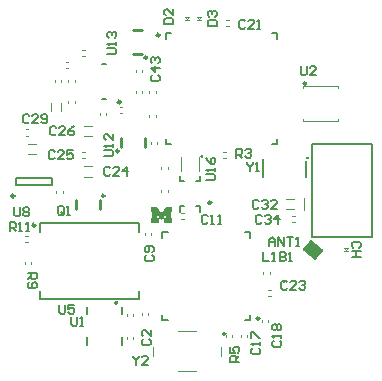
<source format=gto>
%FSLAX24Y24*%
%MOIN*%
G70*
G01*
G75*
G04 Layer_Color=65535*
%ADD10C,0.0100*%
%ADD11R,0.2362X0.1890*%
%ADD12O,0.0315X0.0157*%
%ADD13O,0.0276X0.0098*%
%ADD14O,0.0098X0.0276*%
%ADD15R,0.0236X0.0157*%
%ADD16R,0.0197X0.0354*%
%ADD17R,0.0157X0.0236*%
%ADD18R,0.0354X0.0197*%
%ADD19R,0.1850X0.1850*%
%ADD20O,0.0110X0.0315*%
%ADD21O,0.0315X0.0110*%
%ADD22R,0.2028X0.2028*%
%ADD23O,0.0110X0.0335*%
%ADD24O,0.0335X0.0110*%
%ADD25O,0.0532X0.0177*%
%ADD26R,0.0532X0.0157*%
%ADD27R,0.0630X0.0748*%
%ADD28R,0.0551X0.0630*%
%ADD29R,0.0217X0.0394*%
%ADD30R,0.0276X0.0354*%
%ADD31R,0.0138X0.0098*%
%ADD32R,0.0098X0.0187*%
%ADD33R,0.0787X0.0472*%
%ADD34R,0.0142X0.0142*%
%ADD35R,0.0110X0.0110*%
G04:AMPARAMS|DCode=36|XSize=59.1mil|YSize=102.4mil|CornerRadius=0mil|HoleSize=0mil|Usage=FLASHONLY|Rotation=230.000|XOffset=0mil|YOffset=0mil|HoleType=Round|Shape=Rectangle|*
%AMROTATEDRECTD36*
4,1,4,-0.0202,0.0555,0.0582,-0.0103,0.0202,-0.0555,-0.0582,0.0103,-0.0202,0.0555,0.0*
%
%ADD36ROTATEDRECTD36*%

%ADD37R,0.0197X0.0315*%
G04:AMPARAMS|DCode=38|XSize=86.6mil|YSize=51.2mil|CornerRadius=12.8mil|HoleSize=0mil|Usage=FLASHONLY|Rotation=270.000|XOffset=0mil|YOffset=0mil|HoleType=Round|Shape=RoundedRectangle|*
%AMROUNDEDRECTD38*
21,1,0.0866,0.0256,0,0,270.0*
21,1,0.0610,0.0512,0,0,270.0*
1,1,0.0256,-0.0128,-0.0305*
1,1,0.0256,-0.0128,0.0305*
1,1,0.0256,0.0128,0.0305*
1,1,0.0256,0.0128,-0.0305*
%
%ADD38ROUNDEDRECTD38*%
G04:AMPARAMS|DCode=39|XSize=15.7mil|YSize=23.6mil|CornerRadius=3.9mil|HoleSize=0mil|Usage=FLASHONLY|Rotation=270.000|XOffset=0mil|YOffset=0mil|HoleType=Round|Shape=RoundedRectangle|*
%AMROUNDEDRECTD39*
21,1,0.0157,0.0157,0,0,270.0*
21,1,0.0079,0.0236,0,0,270.0*
1,1,0.0079,-0.0079,-0.0039*
1,1,0.0079,-0.0079,0.0039*
1,1,0.0079,0.0079,0.0039*
1,1,0.0079,0.0079,-0.0039*
%
%ADD39ROUNDEDRECTD39*%
%ADD40R,0.0118X0.0209*%
%ADD41R,0.0118X0.0193*%
%ADD42R,0.0157X0.0335*%
%ADD43R,0.0335X0.0157*%
%ADD44C,0.0060*%
%ADD45C,0.0050*%
%ADD46C,0.0120*%
%ADD47C,0.0181*%
%ADD48C,0.0080*%
%ADD49C,0.0150*%
%ADD50C,0.1260*%
%ADD51C,0.0630*%
%ADD52C,0.0197*%
%ADD53C,0.0180*%
%ADD54C,0.0260*%
%ADD55C,0.0220*%
%ADD56C,0.0200*%
%ADD57C,0.0276*%
%ADD58O,0.0098X0.0315*%
%ADD59O,0.0315X0.0098*%
%ADD60R,0.1299X0.1299*%
%ADD61R,0.0236X0.0591*%
%ADD62R,0.0591X0.0236*%
%ADD63R,0.0236X0.0610*%
%ADD64R,0.0472X0.0709*%
%ADD65R,0.0512X0.0217*%
%ADD66C,0.0098*%
%ADD67C,0.0079*%
%ADD68C,0.0039*%
%ADD69C,0.0047*%
G04:AMPARAMS|DCode=70|XSize=43.3mil|YSize=55.1mil|CornerRadius=0mil|HoleSize=0mil|Usage=FLASHONLY|Rotation=230.000|XOffset=0mil|YOffset=0mil|HoleType=Round|Shape=Rectangle|*
%AMROTATEDRECTD70*
4,1,4,-0.0072,0.0343,0.0350,-0.0011,0.0072,-0.0343,-0.0350,0.0011,-0.0072,0.0343,0.0*
%
%ADD70ROTATEDRECTD70*%

G36*
X-484Y-700D02*
X-539D01*
Y-921D01*
X-484D01*
Y-1067D01*
X-758D01*
Y-921D01*
X-702D01*
Y-788D01*
X-840Y-979D01*
X-849D01*
X-985Y-788D01*
Y-921D01*
X-929D01*
Y-1067D01*
X-1203D01*
Y-921D01*
X-1150D01*
Y-700D01*
X-1203D01*
Y-554D01*
X-986D01*
X-847Y-746D01*
X-840D01*
X-701Y-554D01*
X-484D01*
Y-700D01*
D02*
G37*
D10*
X-2749Y-174D02*
G03*
X-2749Y-174I-39J0D01*
G01*
X-2328Y-3732D02*
G03*
X-2328Y-3732I-28J0D01*
G01*
X1280Y-4769D02*
G03*
X1280Y-4769I-30J0D01*
G01*
X3242Y-3026D02*
G03*
X3242Y-3026I-14J0D01*
G01*
X4026Y1094D02*
G03*
X4026Y1094I-14J0D01*
G01*
X3968Y3569D02*
G03*
X3968Y3569I-39J0D01*
G01*
X504Y1146D02*
G03*
X504Y1146I-10J0D01*
G01*
X-2272Y1324D02*
G03*
X-2272Y1324I-39J0D01*
G01*
X-1335Y4438D02*
G03*
X-1335Y4438I-39J0D01*
G01*
X-2906Y-607D02*
Y-293D01*
X-3694Y-607D02*
Y-293D01*
X-1406Y1443D02*
Y1757D01*
X-2194Y1443D02*
Y1757D01*
X-1807Y5344D02*
X-1493D01*
X-1807Y4556D02*
X-1493D01*
D44*
X-2159Y-5140D02*
Y-4876D01*
X-3341Y-5140D02*
Y-4876D01*
Y-4124D02*
Y-3860D01*
X-2159Y-4124D02*
Y-3860D01*
D45*
X4183Y-1545D02*
X4193Y-1555D01*
X4183Y-1545D02*
Y1555D01*
X4193Y-1555D02*
X6171D01*
X4183Y1555D02*
X6171D01*
Y-1555D02*
Y1555D01*
X2531Y455D02*
Y1045D01*
X3968Y455D02*
Y996D01*
X3100Y-2050D02*
Y-2350D01*
X3250D01*
X3300Y-2300D01*
Y-2250D01*
X3250Y-2200D01*
X3100D01*
X3250D01*
X3300Y-2150D01*
Y-2100D01*
X3250Y-2050D01*
X3100D01*
X3400Y-2350D02*
X3500D01*
X3450D01*
Y-2050D01*
X3400Y-2100D01*
X-1450Y-4950D02*
X-1500Y-5000D01*
Y-5100D01*
X-1450Y-5150D01*
X-1250D01*
X-1200Y-5100D01*
Y-5000D01*
X-1250Y-4950D01*
X-1200Y-4650D02*
Y-4850D01*
X-1400Y-4650D01*
X-1450D01*
X-1500Y-4700D01*
Y-4800D01*
X-1450Y-4850D01*
X-1350Y-2150D02*
X-1400Y-2200D01*
Y-2300D01*
X-1350Y-2350D01*
X-1150D01*
X-1100Y-2300D01*
Y-2200D01*
X-1150Y-2150D01*
Y-2050D02*
X-1100Y-2000D01*
Y-1900D01*
X-1150Y-1850D01*
X-1350D01*
X-1400Y-1900D01*
Y-2000D01*
X-1350Y-2050D01*
X-1300D01*
X-1250Y-2000D01*
Y-1850D01*
X700Y-850D02*
X650Y-800D01*
X550D01*
X500Y-850D01*
Y-1050D01*
X550Y-1100D01*
X650D01*
X700Y-1050D01*
X800Y-1100D02*
X900D01*
X850D01*
Y-800D01*
X800Y-850D01*
X1050Y-1100D02*
X1150D01*
X1100D01*
Y-800D01*
X1050Y-850D01*
X2200Y-5250D02*
X2150Y-5300D01*
Y-5400D01*
X2200Y-5450D01*
X2400D01*
X2450Y-5400D01*
Y-5300D01*
X2400Y-5250D01*
X2450Y-5150D02*
Y-5050D01*
Y-5100D01*
X2150D01*
X2200Y-5150D01*
X2150Y-4900D02*
Y-4700D01*
X2200D01*
X2400Y-4900D01*
X2450D01*
X2900Y-5000D02*
X2850Y-5050D01*
Y-5150D01*
X2900Y-5200D01*
X3100D01*
X3150Y-5150D01*
Y-5050D01*
X3100Y-5000D01*
X3150Y-4900D02*
Y-4800D01*
Y-4850D01*
X2850D01*
X2900Y-4900D01*
Y-4650D02*
X2850Y-4600D01*
Y-4500D01*
X2900Y-4450D01*
X2950D01*
X3000Y-4500D01*
X3050Y-4450D01*
X3100D01*
X3150Y-4500D01*
Y-4600D01*
X3100Y-4650D01*
X3050D01*
X3000Y-4600D01*
X2950Y-4650D01*
X2900D01*
X3000Y-4600D02*
Y-4500D01*
X1950Y5650D02*
X1900Y5700D01*
X1800D01*
X1750Y5650D01*
Y5450D01*
X1800Y5400D01*
X1900D01*
X1950Y5450D01*
X2250Y5400D02*
X2050D01*
X2250Y5600D01*
Y5650D01*
X2200Y5700D01*
X2100D01*
X2050Y5650D01*
X2350Y5400D02*
X2450D01*
X2400D01*
Y5700D01*
X2350Y5650D01*
X3350Y-3050D02*
X3300Y-3000D01*
X3200D01*
X3150Y-3050D01*
Y-3250D01*
X3200Y-3300D01*
X3300D01*
X3350Y-3250D01*
X3650Y-3300D02*
X3450D01*
X3650Y-3100D01*
Y-3050D01*
X3600Y-3000D01*
X3500D01*
X3450Y-3050D01*
X3750D02*
X3800Y-3000D01*
X3900D01*
X3950Y-3050D01*
Y-3100D01*
X3900Y-3150D01*
X3850D01*
X3900D01*
X3950Y-3200D01*
Y-3250D01*
X3900Y-3300D01*
X3800D01*
X3750Y-3250D01*
X-2550Y750D02*
X-2600Y800D01*
X-2700D01*
X-2750Y750D01*
Y550D01*
X-2700Y500D01*
X-2600D01*
X-2550Y550D01*
X-2250Y500D02*
X-2450D01*
X-2250Y700D01*
Y750D01*
X-2300Y800D01*
X-2400D01*
X-2450Y750D01*
X-2000Y500D02*
Y800D01*
X-2150Y650D01*
X-1950D01*
X-4400Y1300D02*
X-4450Y1350D01*
X-4550D01*
X-4600Y1300D01*
Y1100D01*
X-4550Y1050D01*
X-4450D01*
X-4400Y1100D01*
X-4100Y1050D02*
X-4300D01*
X-4100Y1250D01*
Y1300D01*
X-4150Y1350D01*
X-4250D01*
X-4300Y1300D01*
X-3800Y1350D02*
X-4000D01*
Y1200D01*
X-3900Y1250D01*
X-3850D01*
X-3800Y1200D01*
Y1100D01*
X-3850Y1050D01*
X-3950D01*
X-4000Y1100D01*
X-4350Y2100D02*
X-4400Y2150D01*
X-4500D01*
X-4550Y2100D01*
Y1900D01*
X-4500Y1850D01*
X-4400D01*
X-4350Y1900D01*
X-4050Y1850D02*
X-4250D01*
X-4050Y2050D01*
Y2100D01*
X-4100Y2150D01*
X-4200D01*
X-4250Y2100D01*
X-3750Y2150D02*
X-3850Y2100D01*
X-3950Y2000D01*
Y1900D01*
X-3900Y1850D01*
X-3800D01*
X-3750Y1900D01*
Y1950D01*
X-3800Y2000D01*
X-3950D01*
X-5250Y2500D02*
X-5300Y2550D01*
X-5400D01*
X-5450Y2500D01*
Y2300D01*
X-5400Y2250D01*
X-5300D01*
X-5250Y2300D01*
X-4950Y2250D02*
X-5150D01*
X-4950Y2450D01*
Y2500D01*
X-5000Y2550D01*
X-5100D01*
X-5150Y2500D01*
X-4850Y2300D02*
X-4800Y2250D01*
X-4700D01*
X-4650Y2300D01*
Y2500D01*
X-4700Y2550D01*
X-4800D01*
X-4850Y2500D01*
Y2450D01*
X-4800Y2400D01*
X-4650D01*
X2400Y-350D02*
X2350Y-300D01*
X2250D01*
X2200Y-350D01*
Y-550D01*
X2250Y-600D01*
X2350D01*
X2400Y-550D01*
X2500Y-350D02*
X2550Y-300D01*
X2650D01*
X2700Y-350D01*
Y-400D01*
X2650Y-450D01*
X2600D01*
X2650D01*
X2700Y-500D01*
Y-550D01*
X2650Y-600D01*
X2550D01*
X2500Y-550D01*
X3000Y-600D02*
X2800D01*
X3000Y-400D01*
Y-350D01*
X2950Y-300D01*
X2850D01*
X2800Y-350D01*
X2500Y-850D02*
X2450Y-800D01*
X2350D01*
X2300Y-850D01*
Y-1050D01*
X2350Y-1100D01*
X2450D01*
X2500Y-1050D01*
X2600Y-850D02*
X2650Y-800D01*
X2750D01*
X2800Y-850D01*
Y-900D01*
X2750Y-950D01*
X2700D01*
X2750D01*
X2800Y-1000D01*
Y-1050D01*
X2750Y-1100D01*
X2650D01*
X2600Y-1050D01*
X3050Y-1100D02*
Y-800D01*
X2900Y-950D01*
X3100D01*
X-1150Y3850D02*
X-1200Y3800D01*
Y3700D01*
X-1150Y3650D01*
X-950D01*
X-900Y3700D01*
Y3800D01*
X-950Y3850D01*
X-900Y4100D02*
X-1200D01*
X-1050Y3950D01*
Y4150D01*
X-1150Y4250D02*
X-1200Y4300D01*
Y4400D01*
X-1150Y4450D01*
X-1100D01*
X-1050Y4400D01*
Y4350D01*
Y4400D01*
X-1000Y4450D01*
X-950D01*
X-900Y4400D01*
Y4300D01*
X-950Y4250D01*
X2550Y-2050D02*
Y-2350D01*
X2750D01*
X2850D02*
X2950D01*
X2900D01*
Y-2050D01*
X2850Y-2100D01*
X1650Y1100D02*
Y1400D01*
X1800D01*
X1850Y1350D01*
Y1250D01*
X1800Y1200D01*
X1650D01*
X1750D02*
X1850Y1100D01*
X1950Y1350D02*
X2000Y1400D01*
X2100D01*
X2150Y1350D01*
Y1300D01*
X2100Y1250D01*
X2050D01*
X2100D01*
X2150Y1200D01*
Y1150D01*
X2100Y1100D01*
X2000D01*
X1950Y1150D01*
X1750Y-5700D02*
X1450D01*
Y-5550D01*
X1500Y-5500D01*
X1600D01*
X1650Y-5550D01*
Y-5700D01*
Y-5600D02*
X1750Y-5500D01*
X1450Y-5200D02*
Y-5400D01*
X1600D01*
X1550Y-5300D01*
Y-5250D01*
X1600Y-5200D01*
X1700D01*
X1750Y-5250D01*
Y-5350D01*
X1700Y-5400D01*
X-5300Y-2750D02*
X-5000D01*
Y-2900D01*
X-5050Y-2950D01*
X-5150D01*
X-5200Y-2900D01*
Y-2750D01*
Y-2850D02*
X-5300Y-2950D01*
X-5250Y-3050D02*
X-5300Y-3100D01*
Y-3200D01*
X-5250Y-3250D01*
X-5050D01*
X-5000Y-3200D01*
Y-3100D01*
X-5050Y-3050D01*
X-5100D01*
X-5150Y-3100D01*
Y-3250D01*
X-5900Y-1350D02*
Y-1050D01*
X-5750D01*
X-5700Y-1100D01*
Y-1200D01*
X-5750Y-1250D01*
X-5900D01*
X-5800D02*
X-5700Y-1350D01*
X-5600D02*
X-5500D01*
X-5550D01*
Y-1050D01*
X-5600Y-1100D01*
X-5350Y-1350D02*
X-5250D01*
X-5300D01*
Y-1050D01*
X-5350Y-1100D01*
X-3850Y-4200D02*
Y-4450D01*
X-3800Y-4500D01*
X-3700D01*
X-3650Y-4450D01*
Y-4200D01*
X-3550Y-4500D02*
X-3450D01*
X-3500D01*
Y-4200D01*
X-3550Y-4250D01*
X3800Y4150D02*
Y3900D01*
X3850Y3850D01*
X3950D01*
X4000Y3900D01*
Y4150D01*
X4300Y3850D02*
X4100D01*
X4300Y4050D01*
Y4100D01*
X4250Y4150D01*
X4150D01*
X4100Y4100D01*
X-5750Y-550D02*
Y-800D01*
X-5700Y-850D01*
X-5600D01*
X-5550Y-800D01*
Y-550D01*
X-5450Y-600D02*
X-5400Y-550D01*
X-5300D01*
X-5250Y-600D01*
Y-650D01*
X-5300Y-700D01*
X-5250Y-750D01*
Y-800D01*
X-5300Y-850D01*
X-5400D01*
X-5450Y-800D01*
Y-750D01*
X-5400Y-700D01*
X-5450Y-650D01*
Y-600D01*
X-5400Y-700D02*
X-5300D01*
X-2750Y1150D02*
X-2500D01*
X-2450Y1200D01*
Y1300D01*
X-2500Y1350D01*
X-2750D01*
X-2450Y1450D02*
Y1550D01*
Y1500D01*
X-2750D01*
X-2700Y1450D01*
X-2450Y1900D02*
Y1700D01*
X-2650Y1900D01*
X-2700D01*
X-2750Y1850D01*
Y1750D01*
X-2700Y1700D01*
X-2650Y4550D02*
X-2400D01*
X-2350Y4600D01*
Y4700D01*
X-2400Y4750D01*
X-2650D01*
X-2350Y4850D02*
Y4950D01*
Y4900D01*
X-2650D01*
X-2600Y4850D01*
Y5100D02*
X-2650Y5150D01*
Y5250D01*
X-2600Y5300D01*
X-2550D01*
X-2500Y5250D01*
Y5200D01*
Y5250D01*
X-2450Y5300D01*
X-2400D01*
X-2350Y5250D01*
Y5150D01*
X-2400Y5100D01*
X650Y350D02*
X900D01*
X950Y400D01*
Y500D01*
X900Y550D01*
X650D01*
X950Y650D02*
Y750D01*
Y700D01*
X650D01*
X700Y650D01*
X650Y1100D02*
X700Y1000D01*
X800Y900D01*
X900D01*
X950Y950D01*
Y1050D01*
X900Y1100D01*
X850D01*
X800Y1050D01*
Y900D01*
X2000Y950D02*
Y900D01*
X2100Y800D01*
X2200Y900D01*
Y950D01*
X2100Y800D02*
Y650D01*
X2300D02*
X2400D01*
X2350D01*
Y950D01*
X2300Y900D01*
X-1800Y-5500D02*
Y-5550D01*
X-1700Y-5650D01*
X-1600Y-5550D01*
Y-5500D01*
X-1700Y-5650D02*
Y-5800D01*
X-1300D02*
X-1500D01*
X-1300Y-5600D01*
Y-5550D01*
X-1350Y-5500D01*
X-1450D01*
X-1500Y-5550D01*
X2750Y-1850D02*
Y-1650D01*
X2850Y-1550D01*
X2950Y-1650D01*
Y-1850D01*
Y-1700D01*
X2750D01*
X3050Y-1850D02*
Y-1550D01*
X3250Y-1850D01*
Y-1550D01*
X3350D02*
X3550D01*
X3450D01*
Y-1850D01*
X3650D02*
X3750D01*
X3700D01*
Y-1550D01*
X3650Y-1600D01*
X-4100Y-750D02*
Y-550D01*
X-4150Y-500D01*
X-4250D01*
X-4300Y-550D01*
Y-750D01*
X-4250Y-800D01*
X-4150D01*
X-4200Y-700D02*
X-4100Y-800D01*
X-4150D02*
X-4100Y-750D01*
X-4000Y-800D02*
X-3900D01*
X-3950D01*
Y-500D01*
X-4000Y-550D01*
X-4250Y-3800D02*
Y-4050D01*
X-4200Y-4100D01*
X-4100D01*
X-4050Y-4050D01*
Y-3800D01*
X-3750D02*
X-3950D01*
Y-3950D01*
X-3850Y-3900D01*
X-3800D01*
X-3750Y-3950D01*
Y-4050D01*
X-3800Y-4100D01*
X-3900D01*
X-3950Y-4050D01*
X700Y5500D02*
X1000D01*
Y5650D01*
X950Y5700D01*
X750D01*
X700Y5650D01*
Y5500D01*
X750Y5800D02*
X700Y5850D01*
Y5950D01*
X750Y6000D01*
X800D01*
X850Y5950D01*
Y5900D01*
Y5950D01*
X900Y6000D01*
X950D01*
X1000Y5950D01*
Y5850D01*
X950Y5800D01*
X-750Y5550D02*
X-450D01*
Y5700D01*
X-500Y5750D01*
X-700D01*
X-750Y5700D01*
Y5550D01*
X-450Y6050D02*
Y5850D01*
X-650Y6050D01*
X-700D01*
X-750Y6000D01*
Y5900D01*
X-700Y5850D01*
X5750Y-1900D02*
X5800Y-1850D01*
Y-1750D01*
X5750Y-1700D01*
X5550D01*
X5500Y-1750D01*
Y-1850D01*
X5550Y-1900D01*
X5800Y-2000D02*
X5500D01*
X5650D01*
Y-2200D01*
X5800D01*
X5500D01*
D66*
X-5051Y-1149D02*
G03*
X-5051Y-1149I-49J0D01*
G01*
X818Y-395D02*
G03*
X818Y-395I-49J0D01*
G01*
X-907Y5191D02*
G03*
X-907Y5191I-49J0D01*
G01*
X2422Y-4257D02*
G03*
X2422Y-4257I-49J0D01*
G01*
X-2209Y2961D02*
G03*
X-2209Y2961I-49J0D01*
G01*
X-5750Y-172D02*
G03*
X-5750Y-172I-49J0D01*
G01*
D67*
X-4904Y-1364D02*
Y-1090D01*
X-3236D01*
X-4904Y-3610D02*
Y-3336D01*
Y-3610D02*
X-3236D01*
X-3264D02*
X-1596D01*
Y-3336D01*
Y-1364D02*
Y-1090D01*
X-3264D02*
X-1596D01*
X435Y-700D02*
Y-513D01*
X307D02*
X435D01*
X-235D02*
X-107D01*
X-235Y-700D02*
Y-513D01*
Y313D02*
Y500D01*
Y313D02*
X-107D01*
X307D02*
X435D01*
Y500D01*
X-700Y1550D02*
X-523D01*
X-700D02*
Y1727D01*
X2823Y1550D02*
X3000D01*
Y1727D01*
Y5073D02*
Y5250D01*
X2823D02*
X3000D01*
X-700D02*
X-523D01*
X-700Y5073D02*
Y5250D01*
X1930Y-1383D02*
X2117D01*
Y-1570D02*
Y-1383D01*
X-817D02*
X-630D01*
X-817Y-1570D02*
Y-1383D01*
Y-4317D02*
Y-4130D01*
Y-4317D02*
X-630D01*
X1930D02*
X2117D01*
Y-4130D01*
X-2819Y3059D02*
X-2681D01*
X-2819Y4241D02*
X-2681D01*
X-5691Y418D02*
X-4509D01*
X-5691Y182D02*
X-4509D01*
Y418D01*
X-5691Y182D02*
Y418D01*
D68*
X-4358Y-89D02*
Y-11D01*
X-4142Y-89D02*
Y-11D01*
X-5288Y1223D02*
X-5012D01*
X-5288Y1567D02*
X-5012D01*
X-2239Y2592D02*
X-2161D01*
X-2239Y2808D02*
X-2161D01*
X-858Y-39D02*
Y39D01*
X-642Y-39D02*
Y39D01*
X-1258Y2461D02*
Y2539D01*
X-1042Y2461D02*
Y2539D01*
X-3742Y2911D02*
Y2989D01*
X-3958Y2911D02*
Y2989D01*
X-4527Y2662D02*
Y2938D01*
X-4183Y2662D02*
Y2938D01*
X-3489Y4492D02*
X-3411D01*
X-3489Y4708D02*
X-3411D01*
X5231Y-1999D02*
X5369D01*
X5300Y-1970D02*
X5369Y-1901D01*
X5231D02*
X5300Y-1970D01*
X5231Y-1901D02*
X5369D01*
X-2908Y2511D02*
Y2589D01*
X-2692Y2511D02*
Y2589D01*
X-1208Y1561D02*
Y1639D01*
X-992Y1561D02*
Y1639D01*
X-1708Y3261D02*
Y3339D01*
X-1492Y3261D02*
Y3339D01*
X-3958Y3611D02*
Y3689D01*
X-3742Y3611D02*
Y3689D01*
X-1258Y3261D02*
Y3339D01*
X-1042Y3261D02*
Y3339D01*
X-4408Y3611D02*
Y3689D01*
X-4192Y3611D02*
Y3689D01*
X-4039Y4308D02*
X-3961D01*
X-4039Y4092D02*
X-3961D01*
X-5408Y-2439D02*
Y-2361D01*
X-5192Y-2439D02*
Y-2361D01*
X-5389Y-1708D02*
X-5311D01*
X-5389Y-1492D02*
X-5311D01*
X-1408Y-1489D02*
Y-1411D01*
X-1192Y-1489D02*
Y-1411D01*
X-1792Y-4939D02*
Y-4861D01*
X-2008Y-4939D02*
Y-4861D01*
X-1292Y-4139D02*
Y-4061D01*
X-1508Y-4139D02*
Y-4061D01*
X-1792Y-4189D02*
Y-4111D01*
X-2008Y-4189D02*
Y-4111D01*
X-295Y-6019D02*
X295D01*
X-1122Y-5507D02*
Y-5193D01*
X-295Y-4681D02*
X295D01*
X1122Y-5507D02*
Y-5193D01*
X1292Y-4889D02*
Y-4811D01*
X1508Y-4889D02*
Y-4811D01*
X2008Y-4889D02*
Y-4811D01*
X1792Y-4889D02*
Y-4811D01*
X2708Y-4389D02*
Y-4311D01*
X2492Y-4389D02*
Y-4311D01*
X2711Y-3508D02*
X2789D01*
X2711Y-3292D02*
X2789D01*
X2758Y-2789D02*
Y-2711D01*
X2542Y-2789D02*
Y-2711D01*
X3511Y-1058D02*
X3589D01*
X3511Y-842D02*
X3589D01*
X3312Y-273D02*
X3588D01*
X3312Y-617D02*
X3588D01*
X3900Y-650D02*
Y-250D01*
X5041Y3412D02*
Y3491D01*
X3859D02*
X5041D01*
X3859Y3412D02*
Y3491D01*
Y2309D02*
Y2388D01*
Y2309D02*
X5041D01*
Y2388D01*
X1211Y1092D02*
X1289D01*
X1211Y1308D02*
X1289D01*
X-189Y-958D02*
X-111D01*
X-189Y-742D02*
X-111D01*
X-858Y711D02*
Y789D01*
X-642Y711D02*
Y789D01*
X-3438Y473D02*
X-3162D01*
X-3438Y817D02*
X-3162D01*
X-3489Y1308D02*
X-3411D01*
X-3489Y1092D02*
X-3411D01*
X-3438Y1823D02*
X-3162D01*
X-3438Y2167D02*
X-3162D01*
X-5358Y2048D02*
X-5279D01*
X-5358Y1832D02*
X-5279D01*
X-69Y5701D02*
X69D01*
X0Y5730D02*
X69Y5799D01*
X-69D02*
X0Y5730D01*
X-69Y5799D02*
X69D01*
X331Y5701D02*
X469D01*
X400Y5730D02*
X469Y5799D01*
X331D02*
X400Y5730D01*
X331Y5799D02*
X469D01*
X1311Y5708D02*
X1389D01*
X1311Y5492D02*
X1389D01*
X-1708Y3961D02*
Y4039D01*
X-1492Y3961D02*
Y4039D01*
D69*
X405Y674D02*
Y1126D01*
X-205Y674D02*
Y1126D01*
D70*
X4209Y-1963D02*
D03*
M02*

</source>
